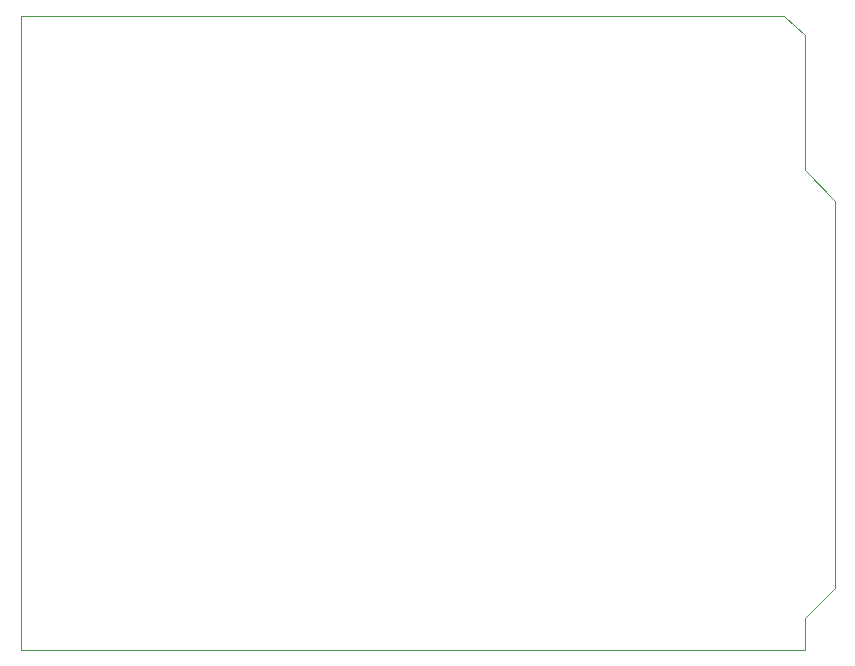
<source format=gm1>
G04 #@! TF.FileFunction,Profile,NP*
%FSLAX46Y46*%
G04 Gerber Fmt 4.6, Leading zero omitted, Abs format (unit mm)*
G04 Created by KiCad (PCBNEW 4.0.7) date Thursday, May 17, 2018 'AMt' 08:01:50 AM*
%MOMM*%
%LPD*%
G01*
G04 APERTURE LIST*
%ADD10C,0.100000*%
G04 APERTURE END LIST*
D10*
X117348000Y-134620000D02*
X183705500Y-134620000D01*
X117348000Y-80962500D02*
X117348000Y-90614500D01*
X181991000Y-80962500D02*
X117348000Y-80962500D01*
X182054500Y-81026000D02*
X181991000Y-80962500D01*
X183705500Y-82613500D02*
X182054500Y-81026000D01*
X183705500Y-94043500D02*
X183705500Y-82613500D01*
X186245500Y-96647000D02*
X183705500Y-94043500D01*
X186245500Y-129413000D02*
X186245500Y-96647000D01*
X183705500Y-131953000D02*
X186245500Y-129413000D01*
X183705500Y-134620000D02*
X183705500Y-131953000D01*
X117348000Y-90424000D02*
X117348000Y-134620000D01*
M02*

</source>
